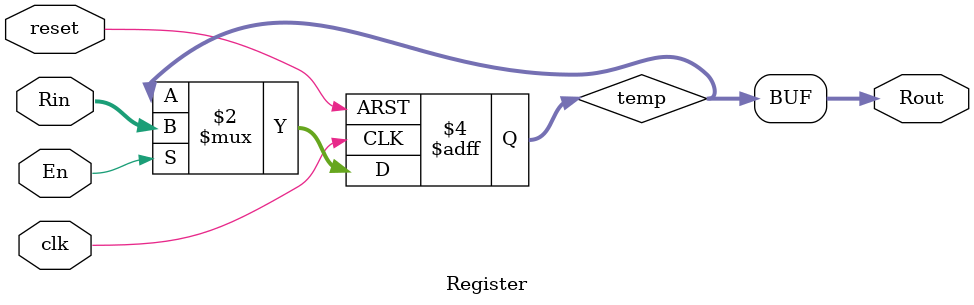
<source format=v>
`timescale 1ns / 1ps


module RB(
    input [7:0] InA,
    input [7:0] InB,
    input [7:0] CUconst,
    input [7:0] ALUout,
    input [2:0] InMuxAdd,
    input WE,
    input [3:0] RegAdd,
    output [7:0] Out,
    output [7:0] ALUinA,
    output [7:0] ALUinB,
    input [3:0] OutMuxAdd,
    input clk,
    input reset
    );
    wire [7:0] RegOut;
    wire [7:0] RegIn;
    wire [15:0] En;
    wire [7:0] Rout0;
    wire [7:0] Rout1;
    wire [7:0] Rout2;
    wire [7:0] Rout3;
    wire [7:0] Rout4;
    wire [7:0] Rout5;
    wire [7:0] Rout6;
    wire [7:0] Rout7;
    wire [7:0] Rout8;
    wire [7:0] Rout9;
    wire [7:0] Rout10;
    wire [7:0] Rout11;
    wire [7:0] Rout12;
    wire [7:0] Rout13;
    wire [7:0] Rout14;
    wire [7:0] Rout15;
    MUX3 mux1(InA,InB,CUconst,ALUout,RegOut,RegOut,RegOut,RegOut,InMuxAdd,RegIn);
    Decoder decoder1(RegAdd,WE,En);
    Register Register0(RegIn,En[0],clk,reset,Rout0);
    Register Register1(RegIn,En[1],clk,reset,Rout1);
    Register Register2(RegIn,En[2],clk,reset,Rout2);
    Register Register3(RegIn,En[3],clk,reset,Rout3);
    Register Register4(RegIn,En[4],clk,reset,Rout4);
    Register Register5(RegIn,En[5],clk,reset,Rout5);
    Register Register6(RegIn,En[6],clk,reset,Rout6);
    Register Register7(RegIn,En[7],clk,reset,Rout7);
    Register Register8(RegIn,En[8],clk,reset,Rout8);
    Register Register9(RegIn,En[9],clk,reset,Rout9);
    Register Register10(RegIn,En[10],clk,reset,Rout10);
    Register Register11(RegIn,En[11],clk,reset,Rout11);
    Register Register12(RegIn,En[12],clk,reset,Rout12);
    Register Register13(RegIn,En[13],clk,reset,Rout13);
    Register Register14(RegIn,En[14],clk,reset,Rout14);
    Register Register15(RegIn,En[15],clk,reset,Rout15);
    MUX4 mux2(Rout0,Rout1,Rout2,Rout3,Rout4,Rout5,Rout6,Rout7,Rout8,Rout9,Rout10,Rout11,Rout12,Rout13,Rout14,Rout15,OutMuxAdd,RegOut);
    
    assign Out = Rout0;
    assign ALUinA = Rout1;
    assign ALUinB = Rout2;
endmodule




module MUX3(
    input [7:0] i0,
    input [7:0] i1,
    input [7:0] i2,
    input [7:0] i3,
    input [7:0] i4,
    input [7:0] i5,
    input [7:0] i6,
    input [7:0] i7,
    input [2:0] s,
    output reg [7:0] r
    );
    
    always @(*)
    begin
        if(s == 3'b000)
        begin
            r <= i0;
        end
        else if(s == 3'b001)
        begin
            r <= i1;
        end
        else if(s == 3'b010)
        begin
            r <= i2;
        end
        else if(s == 3'b011)
        begin
            r <= i3;
        end 
        else if(s == 3'b100)
        begin
            r <= i4;
        end
        else if(s == 3'b101)
        begin
            r <= i5;
        end
        else if(s == 3'b110)
        begin
            r <= i6;
        end
        else if(s == 3'b111)
        begin
            r <= i7;
        end                 
    end
endmodule






module MUX4(
    input [7:0] i0,
    input [7:0] i1,
    input [7:0] i2,
    input [7:0] i3,
    input [7:0] i4,
    input [7:0] i5,
    input [7:0] i6,
    input [7:0] i7,
    input [7:0] i8,
    input [7:0] i9,
    input [7:0] i10,
    input [7:0] i11,
    input [7:0] i12,
    input [7:0] i13,
    input [7:0] i14,
    input [7:0] i15,
    input [3:0] s,
    output reg [7:0] r
    );
    
    always @(*)
    begin
        if(s == 4'b0000)
        begin
            r <= i0;
        end
        else if(s == 4'b0001)
        begin
            r <= i1;
        end
        else if(s == 4'b0010)
        begin
            r <= i2;
        end
        else if(s == 4'b0011)
        begin
            r <= i3;
        end 
        else if(s == 4'b0100)
        begin
            r <= i4;
        end
        else if(s == 4'b0101)
        begin
            r <= i5;
        end
        else if(s == 4'b0110)
        begin
            r <= i6;
        end
        else if(s == 4'b0111)
        begin
            r <= i7;
        end 
        else if(s == 4'b1000)
        begin
            r <= i8;
        end
        else if(s == 4'b1001)
        begin
            r <= i9;
        end
        else if(s == 4'b1010)
        begin
            r <= i10;
        end
        else if(s == 4'b1011)
        begin
            r <= i11;
        end 
        else if(s == 4'b1100)
        begin
            r <= i12;
        end
        else if(s == 4'b1101)
        begin
            r <= i13;
        end
        else if(s == 4'b1110)
        begin
            r <= i14;
        end
        else if(s == 4'b1111)
        begin
            r <= i15;
        end                 
    end
endmodule






module Decoder(
    input [3:0] i,
    input WE,
    output reg [15:0] o
    );
    
    always @(*)
    begin
        if (WE ==0)
        begin
            o <= 16'b0;
        end 
        else if (WE==1)
        begin
            if(i == 4'b0000)
            begin
                o <= 16'b0000000000000001;
            end
            else if(i == 4'b0001)
            begin
                o <= 16'b0000000000000010;
            end
            else if(i == 4'b0010)
            begin
                o <= 16'b0000000000000100;
            end
            else if(i == 4'b0011)
            begin
                o <= 16'b0000000000001000;
            end
            else if(i == 4'b0100)
            begin
                o <= 16'b0000000000010000;
            end
            else if(i == 4'b0101)
            begin
                o <= 16'b0000000000100000;
            end
            else if(i == 4'b0110)
            begin
                o <= 16'b0000000001000000;
            end
            else if(i == 4'b0111)
            begin
                o <= 16'b0000000010000000;
            end
            else if(i == 4'b1000)
            begin
                o <= 16'b0000000100000000;
            end
            else if(i == 4'b1001)
            begin
                o <= 16'b0000001000000000;
            end
            else if(i == 4'b1010)
            begin
                o <= 16'b0000010000000000;
            end 
            else if(i == 4'b1011)
            begin
                o <= 16'b0000100000000000;
            end
            else if(i == 4'b1100)
            begin
                o <= 16'b0001000000000000;
            end
            else if(i == 4'b1101)
            begin
                o <= 16'b0010000000000000;
            end
            else if(i == 4'b1110)
            begin
                o <= 16'b0100000000000000;
            end
            else if(i == 4'b1111)
            begin
                o <= 16'b1000000000000000;
            end                                             
        end
    end
endmodule



module Register(
    input [7:0] Rin,
    input En,
    input clk,
    input reset,
    output [7:0] Rout
    );
    reg [7:0] temp;
    always @(posedge clk or posedge reset)
    begin
        if(reset)
        begin
            temp <= 8'b0;
        end
        else if(En)
        begin
            temp <= Rin;            
        end
    end
    
    assign Rout = temp;

endmodule

</source>
